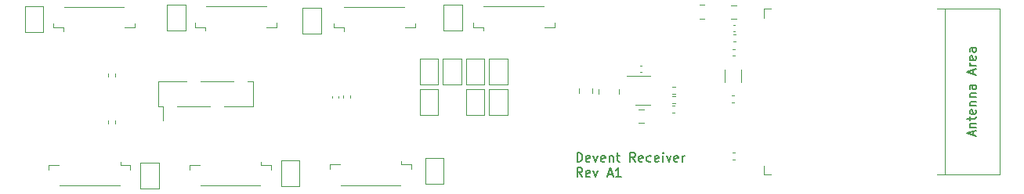
<source format=gbr>
%TF.GenerationSoftware,KiCad,Pcbnew,7.0.10+1*%
%TF.CreationDate,2024-03-12T12:47:15+01:00*%
%TF.ProjectId,Receiver-A1,52656365-6976-4657-922d-41312e6b6963,rev?*%
%TF.SameCoordinates,Original*%
%TF.FileFunction,Legend,Top*%
%TF.FilePolarity,Positive*%
%FSLAX46Y46*%
G04 Gerber Fmt 4.6, Leading zero omitted, Abs format (unit mm)*
G04 Created by KiCad (PCBNEW 7.0.10+1) date 2024-03-12 12:47:15*
%MOMM*%
%LPD*%
G01*
G04 APERTURE LIST*
%ADD10C,0.150000*%
%ADD11C,0.120000*%
G04 APERTURE END LIST*
D10*
X110136779Y-68359819D02*
X110136779Y-67359819D01*
X110136779Y-67359819D02*
X110374874Y-67359819D01*
X110374874Y-67359819D02*
X110517731Y-67407438D01*
X110517731Y-67407438D02*
X110612969Y-67502676D01*
X110612969Y-67502676D02*
X110660588Y-67597914D01*
X110660588Y-67597914D02*
X110708207Y-67788390D01*
X110708207Y-67788390D02*
X110708207Y-67931247D01*
X110708207Y-67931247D02*
X110660588Y-68121723D01*
X110660588Y-68121723D02*
X110612969Y-68216961D01*
X110612969Y-68216961D02*
X110517731Y-68312200D01*
X110517731Y-68312200D02*
X110374874Y-68359819D01*
X110374874Y-68359819D02*
X110136779Y-68359819D01*
X111517731Y-68312200D02*
X111422493Y-68359819D01*
X111422493Y-68359819D02*
X111232017Y-68359819D01*
X111232017Y-68359819D02*
X111136779Y-68312200D01*
X111136779Y-68312200D02*
X111089160Y-68216961D01*
X111089160Y-68216961D02*
X111089160Y-67836009D01*
X111089160Y-67836009D02*
X111136779Y-67740771D01*
X111136779Y-67740771D02*
X111232017Y-67693152D01*
X111232017Y-67693152D02*
X111422493Y-67693152D01*
X111422493Y-67693152D02*
X111517731Y-67740771D01*
X111517731Y-67740771D02*
X111565350Y-67836009D01*
X111565350Y-67836009D02*
X111565350Y-67931247D01*
X111565350Y-67931247D02*
X111089160Y-68026485D01*
X111898684Y-67693152D02*
X112136779Y-68359819D01*
X112136779Y-68359819D02*
X112374874Y-67693152D01*
X113136779Y-68312200D02*
X113041541Y-68359819D01*
X113041541Y-68359819D02*
X112851065Y-68359819D01*
X112851065Y-68359819D02*
X112755827Y-68312200D01*
X112755827Y-68312200D02*
X112708208Y-68216961D01*
X112708208Y-68216961D02*
X112708208Y-67836009D01*
X112708208Y-67836009D02*
X112755827Y-67740771D01*
X112755827Y-67740771D02*
X112851065Y-67693152D01*
X112851065Y-67693152D02*
X113041541Y-67693152D01*
X113041541Y-67693152D02*
X113136779Y-67740771D01*
X113136779Y-67740771D02*
X113184398Y-67836009D01*
X113184398Y-67836009D02*
X113184398Y-67931247D01*
X113184398Y-67931247D02*
X112708208Y-68026485D01*
X113612970Y-67693152D02*
X113612970Y-68359819D01*
X113612970Y-67788390D02*
X113660589Y-67740771D01*
X113660589Y-67740771D02*
X113755827Y-67693152D01*
X113755827Y-67693152D02*
X113898684Y-67693152D01*
X113898684Y-67693152D02*
X113993922Y-67740771D01*
X113993922Y-67740771D02*
X114041541Y-67836009D01*
X114041541Y-67836009D02*
X114041541Y-68359819D01*
X114374875Y-67693152D02*
X114755827Y-67693152D01*
X114517732Y-67359819D02*
X114517732Y-68216961D01*
X114517732Y-68216961D02*
X114565351Y-68312200D01*
X114565351Y-68312200D02*
X114660589Y-68359819D01*
X114660589Y-68359819D02*
X114755827Y-68359819D01*
X116422494Y-68359819D02*
X116089161Y-67883628D01*
X115851066Y-68359819D02*
X115851066Y-67359819D01*
X115851066Y-67359819D02*
X116232018Y-67359819D01*
X116232018Y-67359819D02*
X116327256Y-67407438D01*
X116327256Y-67407438D02*
X116374875Y-67455057D01*
X116374875Y-67455057D02*
X116422494Y-67550295D01*
X116422494Y-67550295D02*
X116422494Y-67693152D01*
X116422494Y-67693152D02*
X116374875Y-67788390D01*
X116374875Y-67788390D02*
X116327256Y-67836009D01*
X116327256Y-67836009D02*
X116232018Y-67883628D01*
X116232018Y-67883628D02*
X115851066Y-67883628D01*
X117232018Y-68312200D02*
X117136780Y-68359819D01*
X117136780Y-68359819D02*
X116946304Y-68359819D01*
X116946304Y-68359819D02*
X116851066Y-68312200D01*
X116851066Y-68312200D02*
X116803447Y-68216961D01*
X116803447Y-68216961D02*
X116803447Y-67836009D01*
X116803447Y-67836009D02*
X116851066Y-67740771D01*
X116851066Y-67740771D02*
X116946304Y-67693152D01*
X116946304Y-67693152D02*
X117136780Y-67693152D01*
X117136780Y-67693152D02*
X117232018Y-67740771D01*
X117232018Y-67740771D02*
X117279637Y-67836009D01*
X117279637Y-67836009D02*
X117279637Y-67931247D01*
X117279637Y-67931247D02*
X116803447Y-68026485D01*
X118136780Y-68312200D02*
X118041542Y-68359819D01*
X118041542Y-68359819D02*
X117851066Y-68359819D01*
X117851066Y-68359819D02*
X117755828Y-68312200D01*
X117755828Y-68312200D02*
X117708209Y-68264580D01*
X117708209Y-68264580D02*
X117660590Y-68169342D01*
X117660590Y-68169342D02*
X117660590Y-67883628D01*
X117660590Y-67883628D02*
X117708209Y-67788390D01*
X117708209Y-67788390D02*
X117755828Y-67740771D01*
X117755828Y-67740771D02*
X117851066Y-67693152D01*
X117851066Y-67693152D02*
X118041542Y-67693152D01*
X118041542Y-67693152D02*
X118136780Y-67740771D01*
X118946304Y-68312200D02*
X118851066Y-68359819D01*
X118851066Y-68359819D02*
X118660590Y-68359819D01*
X118660590Y-68359819D02*
X118565352Y-68312200D01*
X118565352Y-68312200D02*
X118517733Y-68216961D01*
X118517733Y-68216961D02*
X118517733Y-67836009D01*
X118517733Y-67836009D02*
X118565352Y-67740771D01*
X118565352Y-67740771D02*
X118660590Y-67693152D01*
X118660590Y-67693152D02*
X118851066Y-67693152D01*
X118851066Y-67693152D02*
X118946304Y-67740771D01*
X118946304Y-67740771D02*
X118993923Y-67836009D01*
X118993923Y-67836009D02*
X118993923Y-67931247D01*
X118993923Y-67931247D02*
X118517733Y-68026485D01*
X119422495Y-68359819D02*
X119422495Y-67693152D01*
X119422495Y-67359819D02*
X119374876Y-67407438D01*
X119374876Y-67407438D02*
X119422495Y-67455057D01*
X119422495Y-67455057D02*
X119470114Y-67407438D01*
X119470114Y-67407438D02*
X119422495Y-67359819D01*
X119422495Y-67359819D02*
X119422495Y-67455057D01*
X119803447Y-67693152D02*
X120041542Y-68359819D01*
X120041542Y-68359819D02*
X120279637Y-67693152D01*
X121041542Y-68312200D02*
X120946304Y-68359819D01*
X120946304Y-68359819D02*
X120755828Y-68359819D01*
X120755828Y-68359819D02*
X120660590Y-68312200D01*
X120660590Y-68312200D02*
X120612971Y-68216961D01*
X120612971Y-68216961D02*
X120612971Y-67836009D01*
X120612971Y-67836009D02*
X120660590Y-67740771D01*
X120660590Y-67740771D02*
X120755828Y-67693152D01*
X120755828Y-67693152D02*
X120946304Y-67693152D01*
X120946304Y-67693152D02*
X121041542Y-67740771D01*
X121041542Y-67740771D02*
X121089161Y-67836009D01*
X121089161Y-67836009D02*
X121089161Y-67931247D01*
X121089161Y-67931247D02*
X120612971Y-68026485D01*
X121517733Y-68359819D02*
X121517733Y-67693152D01*
X121517733Y-67883628D02*
X121565352Y-67788390D01*
X121565352Y-67788390D02*
X121612971Y-67740771D01*
X121612971Y-67740771D02*
X121708209Y-67693152D01*
X121708209Y-67693152D02*
X121803447Y-67693152D01*
X110708207Y-69969819D02*
X110374874Y-69493628D01*
X110136779Y-69969819D02*
X110136779Y-68969819D01*
X110136779Y-68969819D02*
X110517731Y-68969819D01*
X110517731Y-68969819D02*
X110612969Y-69017438D01*
X110612969Y-69017438D02*
X110660588Y-69065057D01*
X110660588Y-69065057D02*
X110708207Y-69160295D01*
X110708207Y-69160295D02*
X110708207Y-69303152D01*
X110708207Y-69303152D02*
X110660588Y-69398390D01*
X110660588Y-69398390D02*
X110612969Y-69446009D01*
X110612969Y-69446009D02*
X110517731Y-69493628D01*
X110517731Y-69493628D02*
X110136779Y-69493628D01*
X111517731Y-69922200D02*
X111422493Y-69969819D01*
X111422493Y-69969819D02*
X111232017Y-69969819D01*
X111232017Y-69969819D02*
X111136779Y-69922200D01*
X111136779Y-69922200D02*
X111089160Y-69826961D01*
X111089160Y-69826961D02*
X111089160Y-69446009D01*
X111089160Y-69446009D02*
X111136779Y-69350771D01*
X111136779Y-69350771D02*
X111232017Y-69303152D01*
X111232017Y-69303152D02*
X111422493Y-69303152D01*
X111422493Y-69303152D02*
X111517731Y-69350771D01*
X111517731Y-69350771D02*
X111565350Y-69446009D01*
X111565350Y-69446009D02*
X111565350Y-69541247D01*
X111565350Y-69541247D02*
X111089160Y-69636485D01*
X111898684Y-69303152D02*
X112136779Y-69969819D01*
X112136779Y-69969819D02*
X112374874Y-69303152D01*
X113470113Y-69684104D02*
X113946303Y-69684104D01*
X113374875Y-69969819D02*
X113708208Y-68969819D01*
X113708208Y-68969819D02*
X114041541Y-69969819D01*
X114898684Y-69969819D02*
X114327256Y-69969819D01*
X114612970Y-69969819D02*
X114612970Y-68969819D01*
X114612970Y-68969819D02*
X114517732Y-69112676D01*
X114517732Y-69112676D02*
X114422494Y-69207914D01*
X114422494Y-69207914D02*
X114327256Y-69255533D01*
X152969104Y-65501905D02*
X152969104Y-65025715D01*
X153254819Y-65597143D02*
X152254819Y-65263810D01*
X152254819Y-65263810D02*
X153254819Y-64930477D01*
X152588152Y-64597143D02*
X153254819Y-64597143D01*
X152683390Y-64597143D02*
X152635771Y-64549524D01*
X152635771Y-64549524D02*
X152588152Y-64454286D01*
X152588152Y-64454286D02*
X152588152Y-64311429D01*
X152588152Y-64311429D02*
X152635771Y-64216191D01*
X152635771Y-64216191D02*
X152731009Y-64168572D01*
X152731009Y-64168572D02*
X153254819Y-64168572D01*
X152588152Y-63835238D02*
X152588152Y-63454286D01*
X152254819Y-63692381D02*
X153111961Y-63692381D01*
X153111961Y-63692381D02*
X153207200Y-63644762D01*
X153207200Y-63644762D02*
X153254819Y-63549524D01*
X153254819Y-63549524D02*
X153254819Y-63454286D01*
X153207200Y-62740000D02*
X153254819Y-62835238D01*
X153254819Y-62835238D02*
X153254819Y-63025714D01*
X153254819Y-63025714D02*
X153207200Y-63120952D01*
X153207200Y-63120952D02*
X153111961Y-63168571D01*
X153111961Y-63168571D02*
X152731009Y-63168571D01*
X152731009Y-63168571D02*
X152635771Y-63120952D01*
X152635771Y-63120952D02*
X152588152Y-63025714D01*
X152588152Y-63025714D02*
X152588152Y-62835238D01*
X152588152Y-62835238D02*
X152635771Y-62740000D01*
X152635771Y-62740000D02*
X152731009Y-62692381D01*
X152731009Y-62692381D02*
X152826247Y-62692381D01*
X152826247Y-62692381D02*
X152921485Y-63168571D01*
X152588152Y-62263809D02*
X153254819Y-62263809D01*
X152683390Y-62263809D02*
X152635771Y-62216190D01*
X152635771Y-62216190D02*
X152588152Y-62120952D01*
X152588152Y-62120952D02*
X152588152Y-61978095D01*
X152588152Y-61978095D02*
X152635771Y-61882857D01*
X152635771Y-61882857D02*
X152731009Y-61835238D01*
X152731009Y-61835238D02*
X153254819Y-61835238D01*
X152588152Y-61359047D02*
X153254819Y-61359047D01*
X152683390Y-61359047D02*
X152635771Y-61311428D01*
X152635771Y-61311428D02*
X152588152Y-61216190D01*
X152588152Y-61216190D02*
X152588152Y-61073333D01*
X152588152Y-61073333D02*
X152635771Y-60978095D01*
X152635771Y-60978095D02*
X152731009Y-60930476D01*
X152731009Y-60930476D02*
X153254819Y-60930476D01*
X153254819Y-60025714D02*
X152731009Y-60025714D01*
X152731009Y-60025714D02*
X152635771Y-60073333D01*
X152635771Y-60073333D02*
X152588152Y-60168571D01*
X152588152Y-60168571D02*
X152588152Y-60359047D01*
X152588152Y-60359047D02*
X152635771Y-60454285D01*
X153207200Y-60025714D02*
X153254819Y-60120952D01*
X153254819Y-60120952D02*
X153254819Y-60359047D01*
X153254819Y-60359047D02*
X153207200Y-60454285D01*
X153207200Y-60454285D02*
X153111961Y-60501904D01*
X153111961Y-60501904D02*
X153016723Y-60501904D01*
X153016723Y-60501904D02*
X152921485Y-60454285D01*
X152921485Y-60454285D02*
X152873866Y-60359047D01*
X152873866Y-60359047D02*
X152873866Y-60120952D01*
X152873866Y-60120952D02*
X152826247Y-60025714D01*
X152969104Y-58835237D02*
X152969104Y-58359047D01*
X153254819Y-58930475D02*
X152254819Y-58597142D01*
X152254819Y-58597142D02*
X153254819Y-58263809D01*
X153254819Y-57930475D02*
X152588152Y-57930475D01*
X152778628Y-57930475D02*
X152683390Y-57882856D01*
X152683390Y-57882856D02*
X152635771Y-57835237D01*
X152635771Y-57835237D02*
X152588152Y-57739999D01*
X152588152Y-57739999D02*
X152588152Y-57644761D01*
X153207200Y-56930475D02*
X153254819Y-57025713D01*
X153254819Y-57025713D02*
X153254819Y-57216189D01*
X153254819Y-57216189D02*
X153207200Y-57311427D01*
X153207200Y-57311427D02*
X153111961Y-57359046D01*
X153111961Y-57359046D02*
X152731009Y-57359046D01*
X152731009Y-57359046D02*
X152635771Y-57311427D01*
X152635771Y-57311427D02*
X152588152Y-57216189D01*
X152588152Y-57216189D02*
X152588152Y-57025713D01*
X152588152Y-57025713D02*
X152635771Y-56930475D01*
X152635771Y-56930475D02*
X152731009Y-56882856D01*
X152731009Y-56882856D02*
X152826247Y-56882856D01*
X152826247Y-56882856D02*
X152921485Y-57359046D01*
X153254819Y-56025713D02*
X152731009Y-56025713D01*
X152731009Y-56025713D02*
X152635771Y-56073332D01*
X152635771Y-56073332D02*
X152588152Y-56168570D01*
X152588152Y-56168570D02*
X152588152Y-56359046D01*
X152588152Y-56359046D02*
X152635771Y-56454284D01*
X153207200Y-56025713D02*
X153254819Y-56120951D01*
X153254819Y-56120951D02*
X153254819Y-56359046D01*
X153254819Y-56359046D02*
X153207200Y-56454284D01*
X153207200Y-56454284D02*
X153111961Y-56501903D01*
X153111961Y-56501903D02*
X153016723Y-56501903D01*
X153016723Y-56501903D02*
X152921485Y-56454284D01*
X152921485Y-56454284D02*
X152873866Y-56359046D01*
X152873866Y-56359046D02*
X152873866Y-56120951D01*
X152873866Y-56120951D02*
X152826247Y-56025713D01*
D11*
%TO.C,JP14*%
X97715000Y-51365000D02*
X97715000Y-54165000D01*
X95715000Y-54165000D02*
X95715000Y-51365000D01*
X95715000Y-51365000D02*
X97715000Y-51365000D01*
X97715000Y-54165000D02*
X95715000Y-54165000D01*
%TO.C,JP13*%
X82485000Y-51645000D02*
X82485000Y-54445000D01*
X80485000Y-54445000D02*
X80485000Y-51645000D01*
X80485000Y-51645000D02*
X82485000Y-51645000D01*
X82485000Y-54445000D02*
X80485000Y-54445000D01*
%TO.C,JP12*%
X93735000Y-70715000D02*
X93735000Y-67915000D01*
X95735000Y-67915000D02*
X95735000Y-70715000D01*
X95735000Y-70715000D02*
X93735000Y-70715000D01*
X93735000Y-67915000D02*
X95735000Y-67915000D01*
%TO.C,JP11*%
X67835000Y-51335000D02*
X67835000Y-54135000D01*
X65835000Y-54135000D02*
X65835000Y-51335000D01*
X65835000Y-51335000D02*
X67835000Y-51335000D01*
X67835000Y-54135000D02*
X65835000Y-54135000D01*
%TO.C,JP10*%
X78155000Y-70985000D02*
X78155000Y-68185000D01*
X80155000Y-68185000D02*
X80155000Y-70985000D01*
X80155000Y-70985000D02*
X78155000Y-70985000D01*
X78155000Y-68185000D02*
X80155000Y-68185000D01*
%TO.C,JP9*%
X62935000Y-71265000D02*
X62935000Y-68465000D01*
X64935000Y-68465000D02*
X64935000Y-71265000D01*
X64935000Y-71265000D02*
X62935000Y-71265000D01*
X62935000Y-68465000D02*
X64935000Y-68465000D01*
%TO.C,JP8*%
X52475000Y-51535000D02*
X52475000Y-54335000D01*
X50475000Y-54335000D02*
X50475000Y-51535000D01*
X50475000Y-51535000D02*
X52475000Y-51535000D01*
X52475000Y-54335000D02*
X50475000Y-54335000D01*
%TO.C,JP7*%
X102635000Y-57155000D02*
X102635000Y-59955000D01*
X100635000Y-59955000D02*
X100635000Y-57155000D01*
X100635000Y-57155000D02*
X102635000Y-57155000D01*
X102635000Y-59955000D02*
X100635000Y-59955000D01*
%TO.C,JP6*%
X98135000Y-63295000D02*
X98135000Y-60495000D01*
X100135000Y-60495000D02*
X100135000Y-63295000D01*
X100135000Y-63295000D02*
X98135000Y-63295000D01*
X98135000Y-60495000D02*
X100135000Y-60495000D01*
%TO.C,JP5*%
X93135000Y-60495000D02*
X95135000Y-60495000D01*
X95135000Y-63295000D02*
X93135000Y-63295000D01*
X95135000Y-60495000D02*
X95135000Y-63295000D01*
X93135000Y-63295000D02*
X93135000Y-60495000D01*
%TO.C,JP4*%
X95135000Y-59985000D02*
X93135000Y-59985000D01*
X93135000Y-57185000D02*
X95135000Y-57185000D01*
X93135000Y-59985000D02*
X93135000Y-57185000D01*
X95135000Y-57185000D02*
X95135000Y-59985000D01*
%TO.C,JP3*%
X100645000Y-63275000D02*
X100645000Y-60475000D01*
X102645000Y-60475000D02*
X102645000Y-63275000D01*
X102645000Y-63275000D02*
X100645000Y-63275000D01*
X100645000Y-60475000D02*
X102645000Y-60475000D01*
%TO.C,JP2*%
X97635000Y-57185000D02*
X97635000Y-59985000D01*
X95635000Y-59985000D02*
X95635000Y-57185000D01*
X95635000Y-57185000D02*
X97635000Y-57185000D01*
X97635000Y-59985000D02*
X95635000Y-59985000D01*
%TO.C,JP1*%
X100135000Y-57185000D02*
X100135000Y-59985000D01*
X98135000Y-59985000D02*
X98135000Y-57185000D01*
X98135000Y-57185000D02*
X100135000Y-57185000D01*
X100135000Y-59985000D02*
X98135000Y-59985000D01*
%TO.C,J1*%
X92235000Y-69085000D02*
X92235000Y-68635000D01*
X92235000Y-68635000D02*
X91135000Y-68635000D01*
X91135000Y-68635000D02*
X91135000Y-68245000D01*
X91065000Y-70855000D02*
X84585000Y-70855000D01*
X83415000Y-69085000D02*
X83415000Y-68635000D01*
X83415000Y-68635000D02*
X84515000Y-68635000D01*
%TO.C,C3*%
X84365000Y-61207164D02*
X84365000Y-61422836D01*
X83645000Y-61207164D02*
X83645000Y-61422836D01*
%TO.C,C7*%
X111820000Y-60906252D02*
X111820000Y-60383748D01*
X110350000Y-60906252D02*
X110350000Y-60383748D01*
%TO.C,J2*%
X92635000Y-53785000D02*
X91535000Y-53785000D01*
X92635000Y-53335000D02*
X92635000Y-53785000D01*
X84985000Y-51565000D02*
X91465000Y-51565000D01*
X84915000Y-53785000D02*
X84915000Y-54175000D01*
X83815000Y-53785000D02*
X84915000Y-53785000D01*
X83815000Y-53335000D02*
X83815000Y-53785000D01*
%TO.C,C5*%
X127007164Y-53515000D02*
X127222836Y-53515000D01*
X127007164Y-54235000D02*
X127222836Y-54235000D01*
%TO.C,C6*%
X117336252Y-62680000D02*
X116813748Y-62680000D01*
X117336252Y-64150000D02*
X116813748Y-64150000D01*
%TO.C,L1*%
X114675000Y-61016252D02*
X114675000Y-60493748D01*
X112455000Y-61016252D02*
X112455000Y-60493748D01*
%TO.C,R5*%
X127228641Y-68075000D02*
X126921359Y-68075000D01*
X127228641Y-67315000D02*
X126921359Y-67315000D01*
%TO.C,R1*%
X85595000Y-61141359D02*
X85595000Y-61448641D01*
X84835000Y-61141359D02*
X84835000Y-61448641D01*
%TO.C,U1*%
X117285000Y-62195000D02*
X118085000Y-62195000D01*
X117285000Y-62195000D02*
X116485000Y-62195000D01*
X117285000Y-59075000D02*
X118085000Y-59075000D01*
X117285000Y-59075000D02*
X115485000Y-59075000D01*
%TO.C,R4*%
X127298641Y-55305000D02*
X126991359Y-55305000D01*
X127298641Y-54545000D02*
X126991359Y-54545000D01*
%TO.C,C1*%
X127192836Y-56875000D02*
X126977164Y-56875000D01*
X127192836Y-56155000D02*
X126977164Y-56155000D01*
%TO.C,C14*%
X123363748Y-51370000D02*
X123886252Y-51370000D01*
X123363748Y-52840000D02*
X123886252Y-52840000D01*
%TO.C,C4*%
X126803748Y-51410000D02*
X127326252Y-51410000D01*
X126803748Y-52880000D02*
X127326252Y-52880000D01*
%TO.C,R7*%
X120406359Y-63020000D02*
X120713641Y-63020000D01*
X120406359Y-62260000D02*
X120713641Y-62260000D01*
%TO.C,R3*%
X60185000Y-58811359D02*
X60185000Y-59118641D01*
X59425000Y-58811359D02*
X59425000Y-59118641D01*
%TO.C,J3*%
X61875000Y-69165000D02*
X61875000Y-68715000D01*
X61875000Y-68715000D02*
X60775000Y-68715000D01*
X60775000Y-68715000D02*
X60775000Y-68325000D01*
X60705000Y-70935000D02*
X54225000Y-70935000D01*
X53055000Y-69165000D02*
X53055000Y-68715000D01*
X53055000Y-68715000D02*
X54155000Y-68715000D01*
%TO.C,J7*%
X53535000Y-53385000D02*
X53535000Y-53835000D01*
X53535000Y-53835000D02*
X54635000Y-53835000D01*
X54635000Y-53835000D02*
X54635000Y-54225000D01*
X54705000Y-51615000D02*
X61185000Y-51615000D01*
X62355000Y-53385000D02*
X62355000Y-53835000D01*
X62355000Y-53835000D02*
X61255000Y-53835000D01*
%TO.C,Y1*%
X127860000Y-58350000D02*
X127860000Y-59700000D01*
X126110000Y-58350000D02*
X126110000Y-59700000D01*
%TO.C,J8*%
X64860000Y-62330000D02*
X65430000Y-62330000D01*
X64860000Y-62330000D02*
X64860000Y-59670000D01*
X65430000Y-62330000D02*
X65430000Y-63850000D01*
X66950000Y-62330000D02*
X70510000Y-62330000D01*
X72030000Y-62330000D02*
X75140000Y-62330000D01*
X75140000Y-62330000D02*
X75140000Y-59670000D01*
X64860000Y-59670000D02*
X67970000Y-59670000D01*
X69490000Y-59670000D02*
X73050000Y-59670000D01*
X74570000Y-59670000D02*
X75140000Y-59670000D01*
%TO.C,C8*%
X116937164Y-58625000D02*
X117152836Y-58625000D01*
X116937164Y-57905000D02*
X117152836Y-57905000D01*
%TO.C,R6*%
X120718641Y-60215000D02*
X120411359Y-60215000D01*
X120718641Y-60975000D02*
X120411359Y-60975000D01*
%TO.C,U2*%
X155800000Y-51740000D02*
X149050000Y-51740000D01*
X155800000Y-51740000D02*
X155800000Y-69740000D01*
X131050000Y-51740000D02*
X130300000Y-51740000D01*
X130300000Y-51740000D02*
X130300000Y-52740000D01*
X155800000Y-69740000D02*
X149050000Y-69740000D01*
X149860000Y-69740000D02*
X149860000Y-51740000D01*
X131050000Y-69740000D02*
X130300000Y-69740000D01*
X130300000Y-69740000D02*
X130300000Y-68740000D01*
%TO.C,J4*%
X77085000Y-69165000D02*
X77085000Y-68715000D01*
X77085000Y-68715000D02*
X75985000Y-68715000D01*
X75985000Y-68715000D02*
X75985000Y-68325000D01*
X75915000Y-70935000D02*
X69435000Y-70935000D01*
X68265000Y-69165000D02*
X68265000Y-68715000D01*
X68265000Y-68715000D02*
X69365000Y-68715000D01*
%TO.C,C2*%
X126877164Y-61185000D02*
X127092836Y-61185000D01*
X126877164Y-61905000D02*
X127092836Y-61905000D01*
%TO.C,J9*%
X98885000Y-53315000D02*
X98885000Y-53765000D01*
X98885000Y-53765000D02*
X99985000Y-53765000D01*
X99985000Y-53765000D02*
X99985000Y-54155000D01*
X100055000Y-51545000D02*
X106535000Y-51545000D01*
X107705000Y-53315000D02*
X107705000Y-53765000D01*
X107705000Y-53765000D02*
X106605000Y-53765000D01*
%TO.C,R8*%
X120411359Y-61995000D02*
X120718641Y-61995000D01*
X120411359Y-61235000D02*
X120718641Y-61235000D01*
%TO.C,R2*%
X59435000Y-64168641D02*
X59435000Y-63861359D01*
X60195000Y-64168641D02*
X60195000Y-63861359D01*
%TO.C,J5*%
X68885000Y-53305000D02*
X68885000Y-53755000D01*
X68885000Y-53755000D02*
X69985000Y-53755000D01*
X69985000Y-53755000D02*
X69985000Y-54145000D01*
X70055000Y-51535000D02*
X76535000Y-51535000D01*
X77705000Y-53305000D02*
X77705000Y-53755000D01*
X77705000Y-53755000D02*
X76605000Y-53755000D01*
%TD*%
M02*

</source>
